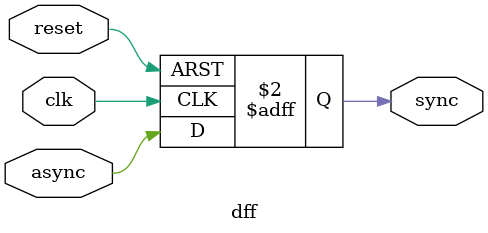
<source format=sv>
`timescale 1ns / 1ns

module dff #(parameter RESET_VAL = 1)(
    input logic async,
    input logic clk,
    input logic reset,
    output logic sync
    );
    
    logic meta;
    
    always_ff @(posedge clk or posedge reset) begin
        if(reset) begin
            // meta <= RESET_VAL;
            sync <= RESET_VAL;
        end
        else begin
            // meta <= async;
            // sync <= meta;
            sync <= async;
        end
    end
endmodule
</source>
